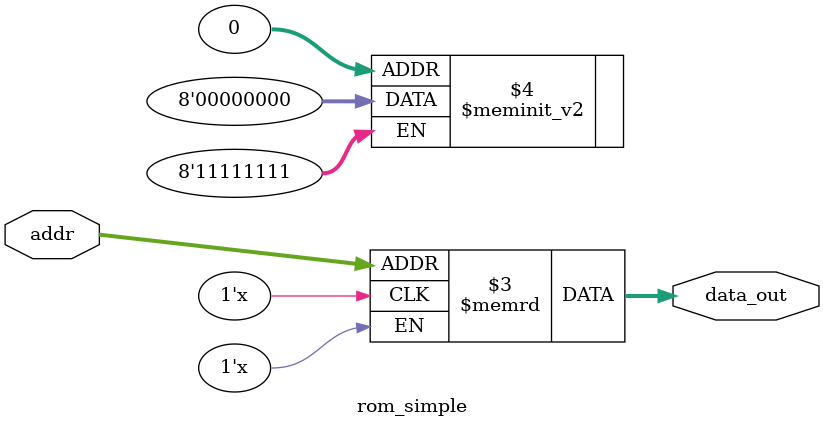
<source format=v>
module rom_simple (
  input [ADDR_WIDTH-1:0] addr,
  output reg [DATA_WIDTH-1:0] data_out
);

  parameter DATA_WIDTH = 8;
  parameter ADDR_WIDTH = 8;

  reg [DATA_WIDTH-1:0] rom_data [0:255];

  initial begin
    rom_data[0] = 8'h00;
    // Add more initial values as needed
  end

  always @(*) begin
    data_out = rom_data[addr];
  end

endmodule
</source>
